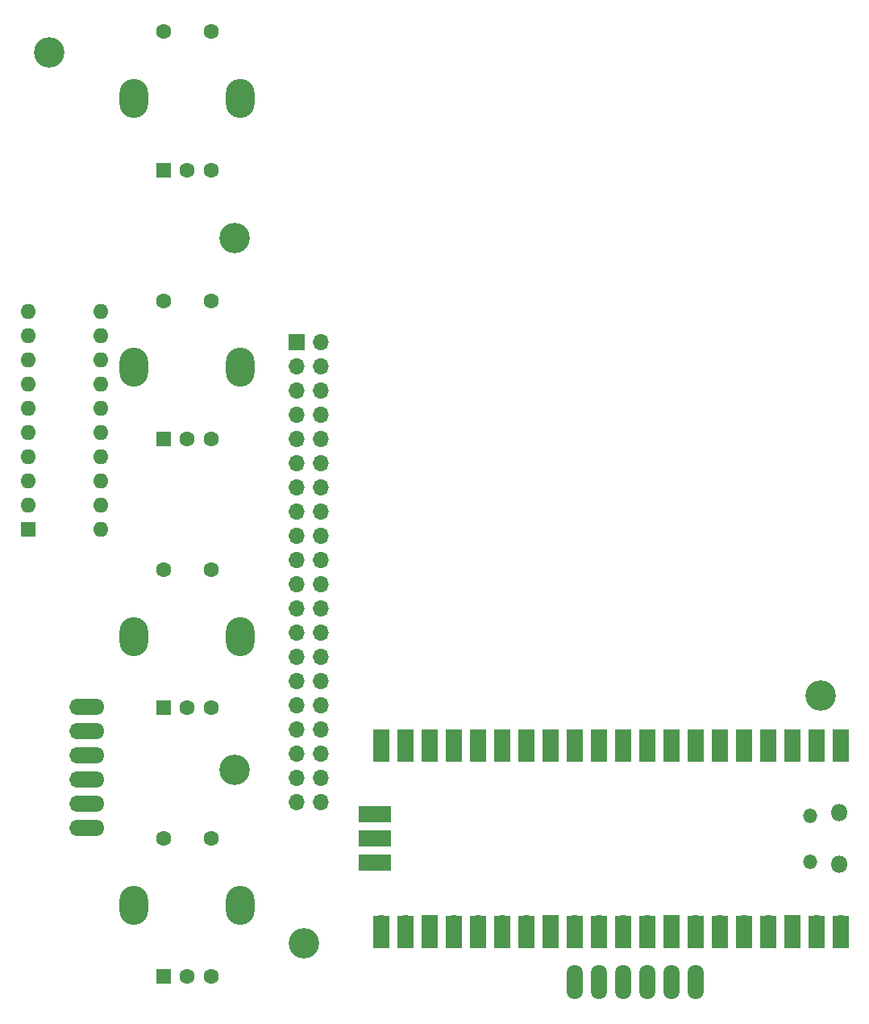
<source format=gbr>
G04 #@! TF.GenerationSoftware,KiCad,Pcbnew,8.0.4*
G04 #@! TF.CreationDate,2024-08-06T18:41:40+09:00*
G04 #@! TF.ProjectId,Fakedeck-garber,46616b65-6465-4636-9b2d-676172626572,rev?*
G04 #@! TF.SameCoordinates,Original*
G04 #@! TF.FileFunction,Soldermask,Bot*
G04 #@! TF.FilePolarity,Negative*
%FSLAX46Y46*%
G04 Gerber Fmt 4.6, Leading zero omitted, Abs format (unit mm)*
G04 Created by KiCad (PCBNEW 8.0.4) date 2024-08-06 18:41:40*
%MOMM*%
%LPD*%
G01*
G04 APERTURE LIST*
G04 Aperture macros list*
%AMRoundRect*
0 Rectangle with rounded corners*
0 $1 Rounding radius*
0 $2 $3 $4 $5 $6 $7 $8 $9 X,Y pos of 4 corners*
0 Add a 4 corners polygon primitive as box body*
4,1,4,$2,$3,$4,$5,$6,$7,$8,$9,$2,$3,0*
0 Add four circle primitives for the rounded corners*
1,1,$1+$1,$2,$3*
1,1,$1+$1,$4,$5*
1,1,$1+$1,$6,$7*
1,1,$1+$1,$8,$9*
0 Add four rect primitives between the rounded corners*
20,1,$1+$1,$2,$3,$4,$5,0*
20,1,$1+$1,$4,$5,$6,$7,0*
20,1,$1+$1,$6,$7,$8,$9,0*
20,1,$1+$1,$8,$9,$2,$3,0*%
G04 Aperture macros list end*
%ADD10RoundRect,0.250000X0.550000X-0.550000X0.550000X0.550000X-0.550000X0.550000X-0.550000X-0.550000X0*%
%ADD11C,1.600000*%
%ADD12O,3.000000X4.100000*%
%ADD13C,3.200000*%
%ADD14O,1.700000X3.644000*%
%ADD15O,1.700000X1.700000*%
%ADD16R,1.700000X1.700000*%
%ADD17O,3.644000X1.700000*%
%ADD18R,1.600000X1.600000*%
%ADD19O,1.600000X1.600000*%
%ADD20O,1.800000X1.800000*%
%ADD21O,1.500000X1.500000*%
%ADD22R,1.700000X3.500000*%
%ADD23R,3.500000X1.700000*%
G04 APERTURE END LIST*
D10*
X133445000Y-143685000D03*
D11*
X138445000Y-143685000D03*
X135945000Y-143685000D03*
X133445000Y-129185000D03*
X138445000Y-129185000D03*
D12*
X130345000Y-136185000D03*
X141545000Y-136185000D03*
D10*
X133445000Y-59035000D03*
D11*
X138445000Y-59035000D03*
X135945000Y-59035000D03*
X133445000Y-44535000D03*
X138445000Y-44535000D03*
D12*
X130345000Y-51535000D03*
X141545000Y-51535000D03*
D13*
X202465000Y-114195000D03*
X148175000Y-140205000D03*
X121465000Y-46695000D03*
D14*
X189325000Y-144262000D03*
D15*
X189325000Y-145195000D03*
D14*
X186785000Y-144262000D03*
D15*
X186785000Y-145195000D03*
D14*
X184245000Y-144262000D03*
D15*
X184245000Y-145195000D03*
D14*
X181705000Y-144262000D03*
D15*
X181705000Y-145195000D03*
D14*
X179165000Y-144262000D03*
D15*
X179165000Y-145195000D03*
D14*
X176625000Y-144262000D03*
D15*
X176625000Y-145195000D03*
D10*
X133445000Y-87251668D03*
D11*
X138445000Y-87251668D03*
X135945000Y-87251668D03*
X133445000Y-72751668D03*
X138445000Y-72751668D03*
D12*
X130345000Y-79751668D03*
X141545000Y-79751668D03*
D13*
X140965000Y-66205002D03*
X140965000Y-122015000D03*
D10*
X133445000Y-115468334D03*
D11*
X138445000Y-115468334D03*
X135945000Y-115468334D03*
X133445000Y-100968334D03*
X138445000Y-100968334D03*
D12*
X130345000Y-107968334D03*
X141545000Y-107968334D03*
D16*
X147415000Y-77075000D03*
D15*
X147415000Y-79615000D03*
X147415000Y-82155000D03*
X147415000Y-84695000D03*
X147415000Y-87235000D03*
X147415000Y-89775000D03*
X147415000Y-92315000D03*
X147415000Y-94855000D03*
X147415000Y-97395000D03*
X147415000Y-99935000D03*
X147415000Y-102475000D03*
X147415000Y-105015000D03*
X147415000Y-107555000D03*
X147415000Y-110095000D03*
X147415000Y-112635000D03*
X147415000Y-115175000D03*
X147415000Y-117715000D03*
X147415000Y-120255000D03*
X147415000Y-122795000D03*
X147415000Y-125335000D03*
X149955000Y-77075000D03*
X149955000Y-79615000D03*
X149955000Y-82155000D03*
X149955000Y-84695000D03*
X149955000Y-87235000D03*
X149955000Y-89775000D03*
X149955000Y-92315000D03*
X149955000Y-94855000D03*
X149955000Y-97395000D03*
X149955000Y-99935000D03*
X149955000Y-102475000D03*
X149955000Y-105015000D03*
X149955000Y-107555000D03*
X149955000Y-110095000D03*
X149955000Y-112635000D03*
X149955000Y-115175000D03*
X149955000Y-117715000D03*
X149955000Y-120255000D03*
X149955000Y-122795000D03*
X149955000Y-125335000D03*
D17*
X125393000Y-115335000D03*
D15*
X124460000Y-115335000D03*
D17*
X125393000Y-117875000D03*
D15*
X124460000Y-117875000D03*
D17*
X125393000Y-120415000D03*
D15*
X124460000Y-120415000D03*
D17*
X125393000Y-122955000D03*
D15*
X124460000Y-122955000D03*
D17*
X125393000Y-125495000D03*
D15*
X124460000Y-125495000D03*
D17*
X125393000Y-128035000D03*
D15*
X124460000Y-128035000D03*
D18*
X119265000Y-96735000D03*
D19*
X119265000Y-94195000D03*
X119265000Y-91655000D03*
X119265000Y-89115000D03*
X119265000Y-86575000D03*
X119265000Y-84035000D03*
X119265000Y-81495000D03*
X119265000Y-78955000D03*
X119265000Y-76415000D03*
X119265000Y-73875000D03*
X126885000Y-73875000D03*
X126885000Y-76415000D03*
X126885000Y-78955000D03*
X126885000Y-81495000D03*
X126885000Y-84035000D03*
X126885000Y-86575000D03*
X126885000Y-89115000D03*
X126885000Y-91655000D03*
X126885000Y-94195000D03*
X126885000Y-96735000D03*
D20*
X204435000Y-131920000D03*
D21*
X201405000Y-131620000D03*
X201405000Y-126770000D03*
D20*
X204435000Y-126470000D03*
D15*
X204565000Y-138085000D03*
D22*
X204565000Y-138985000D03*
D15*
X202025000Y-138085000D03*
D22*
X202025000Y-138985000D03*
D16*
X199485000Y-138085000D03*
D22*
X199485000Y-138985000D03*
D15*
X196945000Y-138085000D03*
D22*
X196945000Y-138985000D03*
D15*
X194405000Y-138085000D03*
D22*
X194405000Y-138985000D03*
D15*
X191865000Y-138085000D03*
D22*
X191865000Y-138985000D03*
D15*
X189325000Y-138085000D03*
D22*
X189325000Y-138985000D03*
D16*
X186785000Y-138085000D03*
D22*
X186785000Y-138985000D03*
D15*
X184245000Y-138085000D03*
D22*
X184245000Y-138985000D03*
D15*
X181705000Y-138085000D03*
D22*
X181705000Y-138985000D03*
D15*
X179165000Y-138085000D03*
D22*
X179165000Y-138985000D03*
D15*
X176625000Y-138085000D03*
D22*
X176625000Y-138985000D03*
D16*
X174085000Y-138085000D03*
D22*
X174085000Y-138985000D03*
D15*
X171545000Y-138085000D03*
D22*
X171545000Y-138985000D03*
D15*
X169005000Y-138085000D03*
D22*
X169005000Y-138985000D03*
D15*
X166465000Y-138085000D03*
D22*
X166465000Y-138985000D03*
D15*
X163925000Y-138085000D03*
D22*
X163925000Y-138985000D03*
D16*
X161385000Y-138085000D03*
D22*
X161385000Y-138985000D03*
D15*
X158845000Y-138085000D03*
D22*
X158845000Y-138985000D03*
D15*
X156305000Y-138085000D03*
D22*
X156305000Y-138985000D03*
D15*
X156305000Y-120305000D03*
D22*
X156305000Y-119405000D03*
D15*
X158845000Y-120305000D03*
D22*
X158845000Y-119405000D03*
D16*
X161385000Y-120305000D03*
D22*
X161385000Y-119405000D03*
D15*
X163925000Y-120305000D03*
D22*
X163925000Y-119405000D03*
D15*
X166465000Y-120305000D03*
D22*
X166465000Y-119405000D03*
D15*
X169005000Y-120305000D03*
D22*
X169005000Y-119405000D03*
D15*
X171545000Y-120305000D03*
D22*
X171545000Y-119405000D03*
D16*
X174085000Y-120305000D03*
D22*
X174085000Y-119405000D03*
D15*
X176625000Y-120305000D03*
D22*
X176625000Y-119405000D03*
D15*
X179165000Y-120305000D03*
D22*
X179165000Y-119405000D03*
D15*
X181705000Y-120305000D03*
D22*
X181705000Y-119405000D03*
D15*
X184245000Y-120305000D03*
D22*
X184245000Y-119405000D03*
D16*
X186785000Y-120305000D03*
D22*
X186785000Y-119405000D03*
D15*
X189325000Y-120305000D03*
D22*
X189325000Y-119405000D03*
D15*
X191865000Y-120305000D03*
D22*
X191865000Y-119405000D03*
D15*
X194405000Y-120305000D03*
D22*
X194405000Y-119405000D03*
D15*
X196945000Y-120305000D03*
D22*
X196945000Y-119405000D03*
D16*
X199485000Y-120305000D03*
D22*
X199485000Y-119405000D03*
D15*
X202025000Y-120305000D03*
D22*
X202025000Y-119405000D03*
D15*
X204565000Y-120305000D03*
D22*
X204565000Y-119405000D03*
D15*
X156535000Y-131735000D03*
D23*
X155635000Y-131735000D03*
D16*
X156535000Y-129195000D03*
D23*
X155635000Y-129195000D03*
D15*
X156535000Y-126655000D03*
D23*
X155635000Y-126655000D03*
M02*

</source>
